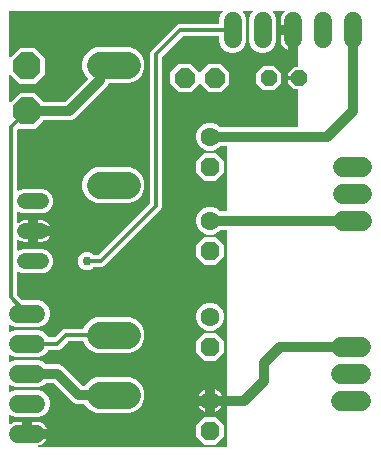
<source format=gbr>
G04 EAGLE Gerber RS-274X export*
G75*
%MOMM*%
%FSLAX34Y34*%
%LPD*%
%INTop Copper*%
%IPPOS*%
%AMOC8*
5,1,8,0,0,1.08239X$1,22.5*%
G01*
%ADD10C,2.250000*%
%ADD11P,1.732040X8X292.500000*%
%ADD12C,1.600200*%
%ADD13C,1.676400*%
%ADD14C,1.320800*%
%ADD15P,1.429621X8X202.500000*%
%ADD16P,1.814519X8X202.500000*%
%ADD17C,1.524000*%
%ADD18P,2.474344X8X22.500000*%
%ADD19C,0.812800*%
%ADD20C,0.304800*%
%ADD21C,0.756400*%

G36*
X219730Y13974D02*
X219730Y13974D01*
X219749Y13972D01*
X219851Y13994D01*
X219953Y14010D01*
X219970Y14020D01*
X219990Y14024D01*
X220079Y14077D01*
X220170Y14126D01*
X220184Y14140D01*
X220201Y14150D01*
X220268Y14229D01*
X220340Y14304D01*
X220348Y14322D01*
X220361Y14337D01*
X220400Y14433D01*
X220443Y14527D01*
X220445Y14547D01*
X220453Y14565D01*
X220471Y14732D01*
X220471Y197104D01*
X220468Y197124D01*
X220470Y197143D01*
X220448Y197245D01*
X220432Y197347D01*
X220422Y197364D01*
X220418Y197384D01*
X220365Y197473D01*
X220316Y197564D01*
X220302Y197578D01*
X220292Y197595D01*
X220213Y197662D01*
X220138Y197734D01*
X220120Y197742D01*
X220105Y197755D01*
X220009Y197794D01*
X219915Y197837D01*
X219895Y197839D01*
X219877Y197847D01*
X219710Y197865D01*
X214885Y197865D01*
X214795Y197851D01*
X214704Y197843D01*
X214674Y197831D01*
X214642Y197826D01*
X214561Y197783D01*
X214478Y197747D01*
X214445Y197721D01*
X214425Y197710D01*
X214403Y197687D01*
X214347Y197642D01*
X212431Y195727D01*
X208089Y193928D01*
X203391Y193928D01*
X199049Y195727D01*
X195727Y199049D01*
X193928Y203391D01*
X193928Y208089D01*
X195727Y212431D01*
X199049Y215753D01*
X203391Y217552D01*
X208089Y217552D01*
X212431Y215753D01*
X214347Y213838D01*
X214421Y213785D01*
X214490Y213725D01*
X214520Y213713D01*
X214546Y213694D01*
X214633Y213667D01*
X214718Y213633D01*
X214759Y213629D01*
X214781Y213622D01*
X214814Y213623D01*
X214885Y213615D01*
X219710Y213615D01*
X219730Y213618D01*
X219749Y213616D01*
X219851Y213638D01*
X219953Y213654D01*
X219970Y213664D01*
X219990Y213668D01*
X220079Y213721D01*
X220170Y213770D01*
X220184Y213784D01*
X220201Y213794D01*
X220268Y213873D01*
X220340Y213948D01*
X220348Y213966D01*
X220361Y213981D01*
X220400Y214077D01*
X220443Y214171D01*
X220445Y214191D01*
X220453Y214209D01*
X220471Y214376D01*
X220471Y268224D01*
X220468Y268244D01*
X220470Y268263D01*
X220448Y268365D01*
X220432Y268467D01*
X220422Y268484D01*
X220418Y268504D01*
X220365Y268593D01*
X220316Y268684D01*
X220302Y268698D01*
X220292Y268715D01*
X220213Y268782D01*
X220138Y268854D01*
X220120Y268862D01*
X220105Y268875D01*
X220009Y268914D01*
X219915Y268957D01*
X219895Y268959D01*
X219877Y268967D01*
X219710Y268985D01*
X214885Y268985D01*
X214795Y268971D01*
X214704Y268963D01*
X214674Y268951D01*
X214642Y268946D01*
X214561Y268903D01*
X214478Y268867D01*
X214445Y268841D01*
X214425Y268830D01*
X214403Y268807D01*
X214347Y268762D01*
X212431Y266847D01*
X208089Y265048D01*
X203391Y265048D01*
X199049Y266847D01*
X195727Y270169D01*
X193928Y274511D01*
X193928Y279209D01*
X195727Y283551D01*
X199049Y286873D01*
X203391Y288672D01*
X208089Y288672D01*
X212431Y286873D01*
X214347Y284958D01*
X214421Y284905D01*
X214490Y284845D01*
X214520Y284833D01*
X214546Y284814D01*
X214633Y284787D01*
X214718Y284753D01*
X214759Y284749D01*
X214781Y284742D01*
X214814Y284743D01*
X214885Y284735D01*
X279400Y284735D01*
X279420Y284738D01*
X279439Y284736D01*
X279541Y284758D01*
X279643Y284774D01*
X279660Y284784D01*
X279680Y284788D01*
X279769Y284841D01*
X279860Y284890D01*
X279874Y284904D01*
X279891Y284914D01*
X279958Y284993D01*
X280030Y285068D01*
X280038Y285086D01*
X280051Y285101D01*
X280090Y285197D01*
X280133Y285291D01*
X280135Y285311D01*
X280143Y285329D01*
X280161Y285496D01*
X280161Y316484D01*
X280158Y316504D01*
X280160Y316523D01*
X280138Y316625D01*
X280122Y316727D01*
X280112Y316744D01*
X280108Y316764D01*
X280055Y316853D01*
X280006Y316944D01*
X279992Y316958D01*
X279982Y316975D01*
X279903Y317042D01*
X279828Y317114D01*
X279810Y317122D01*
X279795Y317135D01*
X279699Y317174D01*
X279605Y317217D01*
X279585Y317219D01*
X279567Y317227D01*
X279400Y317245D01*
X276882Y317245D01*
X271525Y322602D01*
X271525Y324867D01*
X279400Y324867D01*
X279420Y324870D01*
X279439Y324868D01*
X279541Y324890D01*
X279643Y324907D01*
X279660Y324916D01*
X279680Y324920D01*
X279769Y324973D01*
X279860Y325022D01*
X279874Y325036D01*
X279891Y325046D01*
X279958Y325125D01*
X280030Y325200D01*
X280038Y325218D01*
X280051Y325233D01*
X280090Y325329D01*
X280133Y325423D01*
X280135Y325443D01*
X280143Y325461D01*
X280161Y325628D01*
X280161Y327152D01*
X280158Y327172D01*
X280160Y327191D01*
X280138Y327293D01*
X280122Y327395D01*
X280112Y327412D01*
X280108Y327432D01*
X280055Y327521D01*
X280006Y327612D01*
X279992Y327626D01*
X279982Y327643D01*
X279903Y327710D01*
X279828Y327781D01*
X279810Y327790D01*
X279795Y327803D01*
X279699Y327842D01*
X279605Y327885D01*
X279585Y327887D01*
X279567Y327895D01*
X279400Y327913D01*
X271525Y327913D01*
X271525Y330178D01*
X276882Y335535D01*
X279400Y335535D01*
X279420Y335538D01*
X279439Y335536D01*
X279541Y335558D01*
X279643Y335574D01*
X279660Y335584D01*
X279680Y335588D01*
X279769Y335641D01*
X279860Y335690D01*
X279874Y335704D01*
X279891Y335714D01*
X279958Y335793D01*
X280030Y335868D01*
X280038Y335886D01*
X280051Y335901D01*
X280090Y335997D01*
X280133Y336091D01*
X280135Y336111D01*
X280143Y336129D01*
X280161Y336296D01*
X280161Y349164D01*
X280159Y349180D01*
X280161Y349195D01*
X280139Y349301D01*
X280122Y349407D01*
X280114Y349421D01*
X280111Y349436D01*
X280057Y349529D01*
X280006Y349624D01*
X279995Y349635D01*
X279987Y349649D01*
X279906Y349719D01*
X279828Y349793D01*
X279814Y349800D01*
X279802Y349811D01*
X279703Y349852D01*
X279605Y349897D01*
X279589Y349899D01*
X279574Y349905D01*
X279467Y349912D01*
X279361Y349924D01*
X279345Y349921D01*
X279329Y349922D01*
X279165Y349888D01*
X277969Y349499D01*
X277113Y349364D01*
X277113Y366268D01*
X277110Y366288D01*
X277112Y366307D01*
X277090Y366409D01*
X277073Y366511D01*
X277064Y366528D01*
X277060Y366548D01*
X277007Y366637D01*
X276958Y366728D01*
X276944Y366742D01*
X276934Y366759D01*
X276855Y366826D01*
X276780Y366897D01*
X276762Y366906D01*
X276747Y366919D01*
X276651Y366957D01*
X276557Y367001D01*
X276537Y367003D01*
X276519Y367011D01*
X276352Y367029D01*
X275589Y367029D01*
X275589Y367792D01*
X275586Y367812D01*
X275588Y367831D01*
X275566Y367933D01*
X275549Y368035D01*
X275540Y368052D01*
X275536Y368072D01*
X275483Y368161D01*
X275434Y368252D01*
X275420Y368266D01*
X275410Y368283D01*
X275331Y368350D01*
X275256Y368421D01*
X275238Y368430D01*
X275223Y368443D01*
X275127Y368482D01*
X275033Y368525D01*
X275013Y368527D01*
X274995Y368535D01*
X274828Y368553D01*
X265429Y368553D01*
X265429Y375450D01*
X265679Y377029D01*
X266174Y378550D01*
X266900Y379975D01*
X267840Y381269D01*
X268710Y382140D01*
X268752Y382198D01*
X268802Y382250D01*
X268823Y382297D01*
X268854Y382339D01*
X268875Y382408D01*
X268905Y382473D01*
X268911Y382525D01*
X268926Y382575D01*
X268924Y382646D01*
X268932Y382717D01*
X268921Y382768D01*
X268920Y382820D01*
X268895Y382888D01*
X268880Y382958D01*
X268853Y383003D01*
X268835Y383051D01*
X268791Y383107D01*
X268754Y383169D01*
X268714Y383203D01*
X268682Y383243D01*
X268621Y383282D01*
X268567Y383329D01*
X268519Y383348D01*
X268475Y383376D01*
X268405Y383394D01*
X268339Y383421D01*
X268267Y383429D01*
X268236Y383437D01*
X268213Y383435D01*
X268172Y383439D01*
X259404Y383439D01*
X259333Y383428D01*
X259262Y383426D01*
X259213Y383408D01*
X259161Y383400D01*
X259098Y383366D01*
X259031Y383341D01*
X258990Y383309D01*
X258944Y383284D01*
X258895Y383232D01*
X258839Y383188D01*
X258810Y383144D01*
X258775Y383106D01*
X258744Y383041D01*
X258706Y382981D01*
X258693Y382930D01*
X258671Y382883D01*
X258663Y382812D01*
X258645Y382742D01*
X258650Y382690D01*
X258644Y382639D01*
X258659Y382568D01*
X258665Y382497D01*
X258685Y382449D01*
X258696Y382398D01*
X258733Y382337D01*
X258761Y382271D01*
X258806Y382215D01*
X258822Y382187D01*
X258840Y382172D01*
X258866Y382140D01*
X259880Y381125D01*
X261621Y376924D01*
X261621Y357136D01*
X259880Y352935D01*
X256665Y349720D01*
X252464Y347979D01*
X247916Y347979D01*
X243715Y349720D01*
X240500Y352935D01*
X238759Y357136D01*
X238759Y376924D01*
X240500Y381125D01*
X241514Y382140D01*
X241556Y382198D01*
X241605Y382250D01*
X241627Y382297D01*
X241658Y382339D01*
X241679Y382408D01*
X241709Y382473D01*
X241715Y382525D01*
X241730Y382575D01*
X241728Y382646D01*
X241736Y382717D01*
X241725Y382768D01*
X241724Y382820D01*
X241699Y382888D01*
X241684Y382958D01*
X241657Y383003D01*
X241639Y383051D01*
X241594Y383107D01*
X241558Y383169D01*
X241518Y383203D01*
X241486Y383243D01*
X241425Y383282D01*
X241371Y383329D01*
X241323Y383348D01*
X241279Y383376D01*
X241209Y383394D01*
X241143Y383421D01*
X241071Y383429D01*
X241040Y383437D01*
X241017Y383435D01*
X240976Y383439D01*
X234004Y383439D01*
X233933Y383428D01*
X233862Y383426D01*
X233813Y383408D01*
X233761Y383400D01*
X233698Y383366D01*
X233631Y383341D01*
X233590Y383309D01*
X233544Y383284D01*
X233495Y383232D01*
X233439Y383188D01*
X233410Y383144D01*
X233375Y383106D01*
X233344Y383041D01*
X233306Y382981D01*
X233293Y382930D01*
X233271Y382883D01*
X233263Y382812D01*
X233245Y382742D01*
X233250Y382690D01*
X233244Y382639D01*
X233259Y382568D01*
X233265Y382497D01*
X233285Y382449D01*
X233296Y382398D01*
X233333Y382337D01*
X233361Y382271D01*
X233406Y382215D01*
X233422Y382187D01*
X233440Y382172D01*
X233466Y382140D01*
X234480Y381125D01*
X236221Y376924D01*
X236221Y357136D01*
X234480Y352935D01*
X231265Y349720D01*
X227064Y347979D01*
X222516Y347979D01*
X218315Y349720D01*
X215100Y352935D01*
X213359Y357136D01*
X213359Y360934D01*
X213356Y360954D01*
X213358Y360973D01*
X213336Y361075D01*
X213320Y361177D01*
X213310Y361194D01*
X213306Y361214D01*
X213253Y361303D01*
X213204Y361394D01*
X213190Y361408D01*
X213180Y361425D01*
X213101Y361492D01*
X213026Y361564D01*
X213008Y361572D01*
X212993Y361585D01*
X212897Y361624D01*
X212803Y361667D01*
X212783Y361669D01*
X212765Y361677D01*
X212598Y361695D01*
X182865Y361695D01*
X182775Y361681D01*
X182684Y361673D01*
X182654Y361661D01*
X182622Y361656D01*
X182542Y361613D01*
X182458Y361577D01*
X182426Y361551D01*
X182405Y361540D01*
X182383Y361517D01*
X182327Y361472D01*
X165578Y344723D01*
X165525Y344649D01*
X165465Y344580D01*
X165453Y344550D01*
X165434Y344524D01*
X165407Y344437D01*
X165373Y344352D01*
X165369Y344311D01*
X165362Y344288D01*
X165363Y344256D01*
X165355Y344185D01*
X165355Y217315D01*
X164543Y215355D01*
X116115Y166927D01*
X114155Y166115D01*
X107318Y166115D01*
X107228Y166101D01*
X107137Y166093D01*
X107108Y166081D01*
X107076Y166076D01*
X106995Y166033D01*
X106911Y165997D01*
X106879Y165971D01*
X106858Y165960D01*
X106836Y165937D01*
X106780Y165892D01*
X105901Y165013D01*
X103110Y163857D01*
X100090Y163857D01*
X97299Y165013D01*
X95163Y167149D01*
X94007Y169940D01*
X94007Y172960D01*
X95163Y175751D01*
X97299Y177887D01*
X100090Y179043D01*
X103110Y179043D01*
X105901Y177887D01*
X106780Y177008D01*
X106854Y176955D01*
X106923Y176895D01*
X106954Y176883D01*
X106980Y176864D01*
X107067Y176837D01*
X107152Y176803D01*
X107193Y176799D01*
X107215Y176792D01*
X107247Y176793D01*
X107318Y176785D01*
X110568Y176785D01*
X110658Y176799D01*
X110749Y176807D01*
X110779Y176819D01*
X110811Y176824D01*
X110892Y176867D01*
X110976Y176903D01*
X111008Y176929D01*
X111028Y176940D01*
X111051Y176963D01*
X111107Y177008D01*
X154462Y220363D01*
X154515Y220437D01*
X154575Y220507D01*
X154587Y220537D01*
X154606Y220563D01*
X154633Y220650D01*
X154667Y220735D01*
X154671Y220776D01*
X154678Y220798D01*
X154677Y220830D01*
X154685Y220902D01*
X154685Y347771D01*
X155497Y349732D01*
X157105Y351340D01*
X175710Y369945D01*
X177318Y371553D01*
X179279Y372365D01*
X212598Y372365D01*
X212618Y372368D01*
X212637Y372366D01*
X212739Y372388D01*
X212841Y372404D01*
X212858Y372414D01*
X212878Y372418D01*
X212967Y372471D01*
X213058Y372520D01*
X213072Y372534D01*
X213089Y372544D01*
X213156Y372623D01*
X213228Y372698D01*
X213236Y372716D01*
X213249Y372731D01*
X213288Y372827D01*
X213331Y372921D01*
X213333Y372941D01*
X213341Y372959D01*
X213359Y373126D01*
X213359Y376924D01*
X215100Y381125D01*
X216114Y382140D01*
X216156Y382198D01*
X216205Y382250D01*
X216227Y382297D01*
X216258Y382339D01*
X216279Y382408D01*
X216309Y382473D01*
X216315Y382525D01*
X216330Y382575D01*
X216328Y382646D01*
X216336Y382717D01*
X216325Y382768D01*
X216324Y382820D01*
X216299Y382888D01*
X216284Y382958D01*
X216257Y383003D01*
X216239Y383051D01*
X216194Y383107D01*
X216158Y383169D01*
X216118Y383203D01*
X216086Y383243D01*
X216025Y383282D01*
X215971Y383329D01*
X215923Y383348D01*
X215879Y383376D01*
X215809Y383394D01*
X215743Y383421D01*
X215671Y383429D01*
X215640Y383437D01*
X215617Y383435D01*
X215576Y383439D01*
X36322Y383439D01*
X36302Y383436D01*
X36283Y383438D01*
X36181Y383416D01*
X36079Y383400D01*
X36062Y383390D01*
X36042Y383386D01*
X35953Y383333D01*
X35862Y383284D01*
X35848Y383270D01*
X35831Y383260D01*
X35764Y383181D01*
X35692Y383106D01*
X35684Y383088D01*
X35671Y383073D01*
X35632Y382977D01*
X35589Y382883D01*
X35587Y382863D01*
X35579Y382845D01*
X35561Y382678D01*
X35561Y344702D01*
X35572Y344631D01*
X35574Y344560D01*
X35592Y344511D01*
X35600Y344459D01*
X35634Y344396D01*
X35659Y344329D01*
X35691Y344288D01*
X35716Y344242D01*
X35768Y344193D01*
X35812Y344137D01*
X35856Y344109D01*
X35894Y344073D01*
X35959Y344042D01*
X36019Y344004D01*
X36070Y343991D01*
X36117Y343969D01*
X36188Y343961D01*
X36258Y343944D01*
X36310Y343948D01*
X36361Y343942D01*
X36432Y343957D01*
X36503Y343963D01*
X36551Y343983D01*
X36602Y343994D01*
X36663Y344031D01*
X36729Y344059D01*
X36785Y344104D01*
X36813Y344120D01*
X36828Y344138D01*
X36860Y344164D01*
X44487Y351791D01*
X57113Y351791D01*
X66041Y342863D01*
X66041Y330237D01*
X57113Y321309D01*
X44487Y321309D01*
X36860Y328936D01*
X36802Y328978D01*
X36750Y329027D01*
X36703Y329049D01*
X36661Y329080D01*
X36592Y329101D01*
X36527Y329131D01*
X36475Y329137D01*
X36425Y329152D01*
X36354Y329150D01*
X36283Y329158D01*
X36232Y329147D01*
X36180Y329146D01*
X36112Y329121D01*
X36042Y329106D01*
X35997Y329079D01*
X35949Y329061D01*
X35893Y329016D01*
X35831Y328980D01*
X35797Y328940D01*
X35757Y328907D01*
X35718Y328847D01*
X35671Y328793D01*
X35652Y328744D01*
X35624Y328701D01*
X35606Y328631D01*
X35579Y328565D01*
X35571Y328493D01*
X35563Y328462D01*
X35565Y328439D01*
X35561Y328398D01*
X35561Y306602D01*
X35572Y306531D01*
X35574Y306460D01*
X35592Y306411D01*
X35600Y306359D01*
X35634Y306296D01*
X35659Y306229D01*
X35691Y306188D01*
X35716Y306142D01*
X35768Y306093D01*
X35812Y306037D01*
X35856Y306009D01*
X35894Y305973D01*
X35959Y305942D01*
X36019Y305904D01*
X36070Y305891D01*
X36117Y305869D01*
X36188Y305861D01*
X36258Y305844D01*
X36310Y305848D01*
X36361Y305842D01*
X36432Y305857D01*
X36503Y305863D01*
X36551Y305883D01*
X36602Y305894D01*
X36663Y305931D01*
X36729Y305959D01*
X36785Y306004D01*
X36813Y306020D01*
X36828Y306038D01*
X36860Y306064D01*
X44487Y313691D01*
X57113Y313691D01*
X64256Y306548D01*
X64330Y306495D01*
X64399Y306435D01*
X64429Y306423D01*
X64456Y306404D01*
X64543Y306377D01*
X64627Y306343D01*
X64668Y306339D01*
X64691Y306332D01*
X64723Y306333D01*
X64794Y306325D01*
X82783Y306325D01*
X82873Y306339D01*
X82964Y306347D01*
X82994Y306359D01*
X83026Y306364D01*
X83106Y306407D01*
X83190Y306443D01*
X83222Y306469D01*
X83243Y306480D01*
X83265Y306503D01*
X83321Y306548D01*
X102149Y325375D01*
X102161Y325392D01*
X102176Y325404D01*
X102232Y325491D01*
X102292Y325575D01*
X102298Y325594D01*
X102309Y325611D01*
X102334Y325712D01*
X102365Y325810D01*
X102364Y325830D01*
X102369Y325850D01*
X102361Y325952D01*
X102358Y326056D01*
X102352Y326075D01*
X102350Y326095D01*
X102310Y326190D01*
X102274Y326287D01*
X102261Y326303D01*
X102254Y326321D01*
X102149Y326452D01*
X99702Y328899D01*
X97409Y334434D01*
X97409Y340426D01*
X99702Y345961D01*
X103939Y350198D01*
X109474Y352491D01*
X137966Y352491D01*
X143501Y350198D01*
X147738Y345961D01*
X150031Y340426D01*
X150031Y334434D01*
X147738Y328899D01*
X143501Y324662D01*
X137966Y322369D01*
X120595Y322369D01*
X120480Y322350D01*
X120364Y322333D01*
X120358Y322331D01*
X120352Y322330D01*
X120249Y322275D01*
X120145Y322222D01*
X120140Y322217D01*
X120135Y322214D01*
X120055Y322130D01*
X119972Y322046D01*
X119969Y322040D01*
X119965Y322036D01*
X119957Y322019D01*
X119891Y321899D01*
X119146Y320099D01*
X90821Y291774D01*
X87926Y290575D01*
X64794Y290575D01*
X64704Y290561D01*
X64613Y290553D01*
X64583Y290541D01*
X64551Y290536D01*
X64471Y290493D01*
X64387Y290457D01*
X64355Y290431D01*
X64334Y290420D01*
X64312Y290397D01*
X64256Y290352D01*
X57113Y283209D01*
X44487Y283209D01*
X44334Y283363D01*
X44318Y283374D01*
X44305Y283390D01*
X44218Y283446D01*
X44134Y283506D01*
X44115Y283512D01*
X44098Y283523D01*
X43998Y283548D01*
X43899Y283579D01*
X43879Y283578D01*
X43860Y283583D01*
X43757Y283575D01*
X43653Y283572D01*
X43634Y283565D01*
X43614Y283564D01*
X43519Y283523D01*
X43422Y283488D01*
X43406Y283475D01*
X43388Y283467D01*
X43257Y283363D01*
X42654Y282760D01*
X42601Y282686D01*
X42541Y282616D01*
X42529Y282586D01*
X42510Y282560D01*
X42484Y282473D01*
X42450Y282388D01*
X42445Y282347D01*
X42438Y282325D01*
X42439Y282293D01*
X42431Y282221D01*
X42431Y231827D01*
X42438Y231782D01*
X42437Y231736D01*
X42458Y231661D01*
X42471Y231584D01*
X42492Y231544D01*
X42505Y231499D01*
X42549Y231435D01*
X42586Y231367D01*
X42619Y231335D01*
X42645Y231297D01*
X42708Y231251D01*
X42764Y231197D01*
X42806Y231178D01*
X42843Y231151D01*
X42917Y231126D01*
X42987Y231094D01*
X43033Y231089D01*
X43077Y231074D01*
X43154Y231075D01*
X43232Y231067D01*
X43277Y231076D01*
X43323Y231077D01*
X43454Y231115D01*
X43472Y231119D01*
X43476Y231121D01*
X43484Y231124D01*
X47204Y232665D01*
X64556Y232665D01*
X68384Y231079D01*
X71313Y228150D01*
X72899Y224322D01*
X72899Y220178D01*
X71313Y216350D01*
X68384Y213421D01*
X64556Y211835D01*
X47204Y211835D01*
X43484Y213376D01*
X43439Y213387D01*
X43397Y213406D01*
X43320Y213415D01*
X43244Y213433D01*
X43198Y213428D01*
X43153Y213433D01*
X43077Y213417D01*
X42999Y213410D01*
X42957Y213391D01*
X42912Y213381D01*
X42846Y213341D01*
X42775Y213310D01*
X42741Y213278D01*
X42701Y213255D01*
X42651Y213196D01*
X42593Y213143D01*
X42571Y213103D01*
X42541Y213068D01*
X42512Y212996D01*
X42475Y212928D01*
X42467Y212882D01*
X42450Y212840D01*
X42434Y212704D01*
X42431Y212686D01*
X42432Y212681D01*
X42431Y212673D01*
X42431Y204699D01*
X42450Y204581D01*
X42469Y204462D01*
X42470Y204459D01*
X42471Y204456D01*
X42526Y204352D01*
X42582Y204244D01*
X42584Y204241D01*
X42586Y204239D01*
X42672Y204157D01*
X42759Y204073D01*
X42762Y204072D01*
X42764Y204069D01*
X42873Y204019D01*
X42981Y203967D01*
X42984Y203967D01*
X42987Y203966D01*
X43105Y203953D01*
X43226Y203938D01*
X43229Y203939D01*
X43232Y203939D01*
X43348Y203964D01*
X43466Y203989D01*
X43470Y203990D01*
X43472Y203991D01*
X43482Y203997D01*
X43615Y204066D01*
X44944Y204954D01*
X46609Y205643D01*
X48375Y205995D01*
X54357Y205995D01*
X54357Y197612D01*
X54360Y197592D01*
X54358Y197573D01*
X54380Y197471D01*
X54397Y197369D01*
X54406Y197352D01*
X54410Y197332D01*
X54463Y197243D01*
X54512Y197152D01*
X54526Y197138D01*
X54536Y197121D01*
X54615Y197054D01*
X54690Y196983D01*
X54708Y196974D01*
X54723Y196961D01*
X54819Y196923D01*
X54913Y196879D01*
X54933Y196877D01*
X54951Y196869D01*
X55118Y196851D01*
X55881Y196851D01*
X55881Y196849D01*
X55118Y196849D01*
X55098Y196846D01*
X55079Y196848D01*
X54977Y196826D01*
X54875Y196809D01*
X54858Y196800D01*
X54838Y196796D01*
X54749Y196743D01*
X54658Y196694D01*
X54644Y196680D01*
X54627Y196670D01*
X54560Y196591D01*
X54489Y196516D01*
X54480Y196498D01*
X54467Y196483D01*
X54428Y196387D01*
X54385Y196293D01*
X54383Y196273D01*
X54375Y196255D01*
X54357Y196088D01*
X54357Y187705D01*
X48375Y187705D01*
X46609Y188057D01*
X44944Y188746D01*
X43615Y189634D01*
X43506Y189684D01*
X43397Y189734D01*
X43394Y189735D01*
X43391Y189736D01*
X43271Y189748D01*
X43153Y189761D01*
X43150Y189761D01*
X43147Y189761D01*
X43030Y189735D01*
X42912Y189709D01*
X42910Y189708D01*
X42907Y189707D01*
X42806Y189645D01*
X42701Y189583D01*
X42699Y189581D01*
X42697Y189579D01*
X42620Y189488D01*
X42541Y189396D01*
X42540Y189393D01*
X42538Y189391D01*
X42495Y189281D01*
X42450Y189168D01*
X42449Y189164D01*
X42448Y189162D01*
X42448Y189151D01*
X42431Y189001D01*
X42431Y181027D01*
X42438Y180982D01*
X42437Y180936D01*
X42458Y180861D01*
X42471Y180784D01*
X42492Y180744D01*
X42505Y180699D01*
X42549Y180635D01*
X42586Y180567D01*
X42619Y180535D01*
X42645Y180497D01*
X42708Y180451D01*
X42764Y180397D01*
X42806Y180378D01*
X42843Y180351D01*
X42917Y180326D01*
X42987Y180294D01*
X43033Y180289D01*
X43077Y180274D01*
X43154Y180275D01*
X43232Y180267D01*
X43277Y180276D01*
X43323Y180277D01*
X43454Y180315D01*
X43472Y180319D01*
X43476Y180321D01*
X43484Y180324D01*
X47204Y181865D01*
X64556Y181865D01*
X68384Y180279D01*
X71313Y177350D01*
X72899Y173522D01*
X72899Y169378D01*
X71313Y165550D01*
X68384Y162621D01*
X64556Y161035D01*
X47204Y161035D01*
X43484Y162576D01*
X43439Y162587D01*
X43397Y162606D01*
X43320Y162615D01*
X43244Y162633D01*
X43198Y162628D01*
X43153Y162633D01*
X43077Y162617D01*
X42999Y162610D01*
X42957Y162591D01*
X42912Y162581D01*
X42846Y162541D01*
X42775Y162510D01*
X42741Y162478D01*
X42701Y162455D01*
X42651Y162396D01*
X42593Y162343D01*
X42571Y162303D01*
X42541Y162268D01*
X42512Y162196D01*
X42475Y162128D01*
X42467Y162082D01*
X42450Y162040D01*
X42434Y161904D01*
X42431Y161886D01*
X42432Y161881D01*
X42431Y161873D01*
X42431Y143229D01*
X42446Y143139D01*
X42453Y143048D01*
X42466Y143018D01*
X42471Y142986D01*
X42514Y142905D01*
X42549Y142821D01*
X42575Y142789D01*
X42586Y142769D01*
X42609Y142746D01*
X42654Y142690D01*
X46691Y138654D01*
X46765Y138601D01*
X46834Y138541D01*
X46864Y138529D01*
X46891Y138510D01*
X46977Y138483D01*
X47062Y138449D01*
X47103Y138445D01*
X47126Y138438D01*
X47158Y138439D01*
X47229Y138431D01*
X60694Y138431D01*
X64895Y136690D01*
X68110Y133475D01*
X69851Y129274D01*
X69851Y124726D01*
X68110Y120525D01*
X64895Y117310D01*
X60694Y115569D01*
X40906Y115569D01*
X36613Y117348D01*
X36569Y117358D01*
X36527Y117377D01*
X36450Y117386D01*
X36374Y117404D01*
X36328Y117399D01*
X36283Y117404D01*
X36206Y117388D01*
X36129Y117381D01*
X36087Y117362D01*
X36042Y117352D01*
X35975Y117312D01*
X35904Y117281D01*
X35870Y117250D01*
X35831Y117226D01*
X35780Y117167D01*
X35723Y117114D01*
X35701Y117074D01*
X35671Y117039D01*
X35642Y116967D01*
X35605Y116899D01*
X35596Y116854D01*
X35579Y116811D01*
X35564Y116675D01*
X35561Y116657D01*
X35562Y116652D01*
X35561Y116644D01*
X35561Y111956D01*
X35568Y111911D01*
X35566Y111865D01*
X35588Y111790D01*
X35600Y111713D01*
X35622Y111673D01*
X35635Y111628D01*
X35679Y111564D01*
X35716Y111496D01*
X35749Y111464D01*
X35775Y111426D01*
X35838Y111380D01*
X35894Y111326D01*
X35936Y111307D01*
X35972Y111280D01*
X36046Y111255D01*
X36117Y111223D01*
X36163Y111218D01*
X36206Y111203D01*
X36284Y111204D01*
X36361Y111196D01*
X36406Y111205D01*
X36452Y111206D01*
X36584Y111244D01*
X36602Y111248D01*
X36606Y111250D01*
X36613Y111252D01*
X40906Y113031D01*
X60694Y113031D01*
X64895Y111290D01*
X68110Y108075D01*
X68388Y107405D01*
X68450Y107305D01*
X68510Y107205D01*
X68514Y107201D01*
X68518Y107196D01*
X68608Y107121D01*
X68697Y107045D01*
X68702Y107043D01*
X68707Y107039D01*
X68816Y106997D01*
X68925Y106953D01*
X68932Y106952D01*
X68937Y106951D01*
X68955Y106950D01*
X69091Y106935D01*
X73675Y106935D01*
X73765Y106949D01*
X73856Y106957D01*
X73886Y106969D01*
X73918Y106974D01*
X73998Y107017D01*
X74082Y107053D01*
X74114Y107079D01*
X74135Y107090D01*
X74157Y107113D01*
X74213Y107158D01*
X80408Y113353D01*
X82369Y114165D01*
X97869Y114165D01*
X97984Y114184D01*
X98100Y114201D01*
X98106Y114203D01*
X98112Y114204D01*
X98215Y114259D01*
X98320Y114312D01*
X98324Y114317D01*
X98330Y114320D01*
X98409Y114404D01*
X98492Y114488D01*
X98496Y114494D01*
X98499Y114498D01*
X98507Y114515D01*
X98573Y114635D01*
X99702Y117361D01*
X103939Y121598D01*
X109474Y123891D01*
X137966Y123891D01*
X143501Y121598D01*
X147738Y117361D01*
X150031Y111826D01*
X150031Y105834D01*
X147738Y100299D01*
X143501Y96062D01*
X137966Y93769D01*
X109474Y93769D01*
X103939Y96062D01*
X99702Y100299D01*
X98573Y103025D01*
X98511Y103125D01*
X98451Y103225D01*
X98446Y103229D01*
X98443Y103234D01*
X98353Y103309D01*
X98264Y103385D01*
X98258Y103387D01*
X98254Y103391D01*
X98145Y103433D01*
X98036Y103477D01*
X98029Y103478D01*
X98024Y103479D01*
X98006Y103480D01*
X97869Y103495D01*
X85955Y103495D01*
X85865Y103481D01*
X85774Y103473D01*
X85744Y103461D01*
X85712Y103456D01*
X85632Y103413D01*
X85548Y103377D01*
X85516Y103351D01*
X85495Y103340D01*
X85473Y103317D01*
X85417Y103272D01*
X79222Y97077D01*
X77261Y96265D01*
X69091Y96265D01*
X68977Y96246D01*
X68861Y96229D01*
X68855Y96227D01*
X68849Y96226D01*
X68746Y96171D01*
X68641Y96118D01*
X68637Y96113D01*
X68631Y96110D01*
X68551Y96026D01*
X68469Y95942D01*
X68465Y95936D01*
X68462Y95932D01*
X68454Y95915D01*
X68388Y95795D01*
X68110Y95125D01*
X64895Y91910D01*
X60694Y90169D01*
X40906Y90169D01*
X36613Y91948D01*
X36569Y91958D01*
X36527Y91977D01*
X36450Y91986D01*
X36374Y92004D01*
X36328Y91999D01*
X36283Y92004D01*
X36206Y91988D01*
X36129Y91981D01*
X36087Y91962D01*
X36042Y91952D01*
X35975Y91912D01*
X35904Y91881D01*
X35870Y91850D01*
X35831Y91826D01*
X35780Y91767D01*
X35723Y91714D01*
X35701Y91674D01*
X35671Y91639D01*
X35642Y91567D01*
X35605Y91499D01*
X35596Y91454D01*
X35579Y91411D01*
X35564Y91275D01*
X35561Y91257D01*
X35562Y91252D01*
X35561Y91244D01*
X35561Y86556D01*
X35568Y86511D01*
X35566Y86465D01*
X35588Y86390D01*
X35600Y86313D01*
X35622Y86273D01*
X35635Y86228D01*
X35679Y86164D01*
X35716Y86096D01*
X35749Y86064D01*
X35775Y86026D01*
X35838Y85980D01*
X35894Y85926D01*
X35936Y85907D01*
X35972Y85880D01*
X36046Y85855D01*
X36117Y85823D01*
X36163Y85818D01*
X36206Y85803D01*
X36284Y85804D01*
X36361Y85796D01*
X36406Y85805D01*
X36452Y85806D01*
X36584Y85844D01*
X36602Y85848D01*
X36606Y85850D01*
X36613Y85852D01*
X40906Y87631D01*
X60694Y87631D01*
X64895Y85890D01*
X66488Y84298D01*
X66562Y84245D01*
X66631Y84185D01*
X66661Y84173D01*
X66688Y84154D01*
X66774Y84127D01*
X66859Y84093D01*
X66900Y84089D01*
X66923Y84082D01*
X66955Y84083D01*
X67026Y84075D01*
X77766Y84075D01*
X80661Y82876D01*
X82983Y80554D01*
X97409Y66128D01*
X97483Y66075D01*
X97552Y66015D01*
X97582Y66003D01*
X97609Y65984D01*
X97696Y65957D01*
X97780Y65923D01*
X97821Y65919D01*
X97844Y65912D01*
X97876Y65913D01*
X97947Y65905D01*
X98922Y65905D01*
X99036Y65924D01*
X99153Y65941D01*
X99158Y65943D01*
X99164Y65944D01*
X99267Y65999D01*
X99372Y66052D01*
X99376Y66057D01*
X99382Y66060D01*
X99462Y66145D01*
X99544Y66228D01*
X99548Y66234D01*
X99551Y66238D01*
X99559Y66255D01*
X99625Y66375D01*
X99702Y66561D01*
X103939Y70798D01*
X109474Y73091D01*
X137966Y73091D01*
X143501Y70798D01*
X147738Y66561D01*
X150031Y61026D01*
X150031Y55034D01*
X147738Y49499D01*
X143501Y45262D01*
X137966Y42969D01*
X109474Y42969D01*
X103939Y45262D01*
X99702Y49499D01*
X99625Y49685D01*
X99563Y49785D01*
X99503Y49885D01*
X99499Y49889D01*
X99495Y49894D01*
X99405Y49969D01*
X99316Y50045D01*
X99311Y50047D01*
X99306Y50051D01*
X99197Y50093D01*
X99088Y50137D01*
X99081Y50138D01*
X99076Y50139D01*
X99058Y50140D01*
X98922Y50155D01*
X92804Y50155D01*
X89909Y51354D01*
X73161Y68102D01*
X73087Y68155D01*
X73018Y68215D01*
X72988Y68227D01*
X72961Y68246D01*
X72874Y68273D01*
X72790Y68307D01*
X72749Y68311D01*
X72726Y68318D01*
X72694Y68317D01*
X72623Y68325D01*
X67026Y68325D01*
X66936Y68311D01*
X66845Y68303D01*
X66815Y68291D01*
X66783Y68286D01*
X66703Y68243D01*
X66619Y68207D01*
X66587Y68181D01*
X66566Y68170D01*
X66544Y68147D01*
X66488Y68102D01*
X64895Y66510D01*
X60694Y64769D01*
X40906Y64769D01*
X36613Y66548D01*
X36569Y66558D01*
X36527Y66577D01*
X36450Y66586D01*
X36374Y66604D01*
X36328Y66599D01*
X36283Y66604D01*
X36206Y66588D01*
X36129Y66581D01*
X36087Y66562D01*
X36042Y66552D01*
X35975Y66512D01*
X35904Y66481D01*
X35870Y66450D01*
X35831Y66426D01*
X35780Y66367D01*
X35723Y66314D01*
X35701Y66274D01*
X35671Y66239D01*
X35642Y66167D01*
X35605Y66099D01*
X35596Y66054D01*
X35579Y66011D01*
X35564Y65875D01*
X35561Y65857D01*
X35562Y65852D01*
X35561Y65844D01*
X35561Y61156D01*
X35563Y61141D01*
X35562Y61129D01*
X35568Y61101D01*
X35566Y61065D01*
X35588Y60990D01*
X35600Y60913D01*
X35622Y60873D01*
X35635Y60828D01*
X35679Y60764D01*
X35716Y60696D01*
X35749Y60664D01*
X35775Y60626D01*
X35838Y60580D01*
X35894Y60526D01*
X35936Y60507D01*
X35972Y60480D01*
X36046Y60455D01*
X36117Y60423D01*
X36163Y60418D01*
X36206Y60403D01*
X36284Y60404D01*
X36361Y60396D01*
X36406Y60405D01*
X36452Y60406D01*
X36584Y60444D01*
X36602Y60448D01*
X36606Y60450D01*
X36613Y60452D01*
X40906Y62231D01*
X60694Y62231D01*
X64895Y60490D01*
X68110Y57275D01*
X69851Y53074D01*
X69851Y48526D01*
X68110Y44325D01*
X64895Y41110D01*
X60694Y39369D01*
X40906Y39369D01*
X36613Y41148D01*
X36569Y41158D01*
X36527Y41177D01*
X36450Y41186D01*
X36374Y41204D01*
X36328Y41199D01*
X36283Y41204D01*
X36206Y41188D01*
X36129Y41181D01*
X36087Y41162D01*
X36042Y41152D01*
X35975Y41112D01*
X35904Y41081D01*
X35870Y41050D01*
X35831Y41026D01*
X35780Y40967D01*
X35723Y40914D01*
X35701Y40874D01*
X35671Y40839D01*
X35642Y40767D01*
X35605Y40699D01*
X35596Y40654D01*
X35579Y40611D01*
X35564Y40475D01*
X35561Y40457D01*
X35562Y40452D01*
X35561Y40444D01*
X35561Y33918D01*
X35563Y33906D01*
X35561Y33894D01*
X35582Y33785D01*
X35600Y33675D01*
X35606Y33664D01*
X35608Y33653D01*
X35664Y33556D01*
X35716Y33458D01*
X35724Y33449D01*
X35730Y33439D01*
X35813Y33365D01*
X35894Y33288D01*
X35905Y33283D01*
X35914Y33275D01*
X36016Y33231D01*
X36117Y33185D01*
X36129Y33183D01*
X36140Y33178D01*
X36251Y33170D01*
X36361Y33157D01*
X36373Y33160D01*
X36385Y33159D01*
X36493Y33186D01*
X36602Y33210D01*
X36612Y33216D01*
X36624Y33219D01*
X36769Y33302D01*
X37855Y34090D01*
X39280Y34816D01*
X40801Y35311D01*
X42380Y35561D01*
X49277Y35561D01*
X49277Y26162D01*
X49280Y26142D01*
X49278Y26123D01*
X49300Y26021D01*
X49317Y25919D01*
X49326Y25902D01*
X49330Y25882D01*
X49383Y25793D01*
X49432Y25702D01*
X49446Y25688D01*
X49456Y25671D01*
X49535Y25604D01*
X49610Y25533D01*
X49628Y25524D01*
X49643Y25511D01*
X49739Y25473D01*
X49833Y25429D01*
X49853Y25427D01*
X49871Y25419D01*
X50038Y25401D01*
X50801Y25401D01*
X50801Y24638D01*
X50804Y24618D01*
X50802Y24599D01*
X50824Y24497D01*
X50841Y24395D01*
X50850Y24378D01*
X50854Y24358D01*
X50907Y24269D01*
X50956Y24178D01*
X50970Y24164D01*
X50980Y24147D01*
X51059Y24080D01*
X51134Y24009D01*
X51152Y24000D01*
X51167Y23987D01*
X51263Y23948D01*
X51357Y23905D01*
X51377Y23903D01*
X51395Y23895D01*
X51562Y23877D01*
X68466Y23877D01*
X68331Y23021D01*
X67836Y21500D01*
X67110Y20075D01*
X66170Y18781D01*
X65039Y17650D01*
X63745Y16710D01*
X62320Y15984D01*
X60799Y15489D01*
X60764Y15484D01*
X60703Y15464D01*
X60640Y15453D01*
X60587Y15425D01*
X60530Y15407D01*
X60479Y15368D01*
X60423Y15338D01*
X60382Y15295D01*
X60334Y15259D01*
X60297Y15206D01*
X60253Y15160D01*
X60228Y15106D01*
X60194Y15057D01*
X60177Y14995D01*
X60150Y14937D01*
X60143Y14878D01*
X60127Y14820D01*
X60130Y14756D01*
X60123Y14693D01*
X60135Y14634D01*
X60138Y14574D01*
X60161Y14515D01*
X60175Y14452D01*
X60206Y14401D01*
X60227Y14345D01*
X60268Y14296D01*
X60301Y14241D01*
X60347Y14202D01*
X60385Y14156D01*
X60439Y14123D01*
X60488Y14081D01*
X60544Y14059D01*
X60594Y14027D01*
X60657Y14013D01*
X60716Y13989D01*
X60802Y13980D01*
X60834Y13972D01*
X60859Y13973D01*
X60883Y13971D01*
X219710Y13971D01*
X219730Y13974D01*
G37*
%LPC*%
G36*
X109474Y220769D02*
X109474Y220769D01*
X103939Y223062D01*
X99702Y227299D01*
X97409Y232834D01*
X97409Y238826D01*
X99702Y244361D01*
X103939Y248598D01*
X109474Y250891D01*
X137966Y250891D01*
X143501Y248598D01*
X147738Y244361D01*
X150031Y238826D01*
X150031Y232834D01*
X147738Y227299D01*
X143501Y223062D01*
X137966Y220769D01*
X109474Y220769D01*
G37*
%LPD*%
%LPC*%
G36*
X179100Y314197D02*
X179100Y314197D01*
X171957Y321340D01*
X171957Y331440D01*
X179100Y338583D01*
X189200Y338583D01*
X196312Y331471D01*
X196328Y331460D01*
X196340Y331444D01*
X196428Y331388D01*
X196511Y331328D01*
X196530Y331322D01*
X196547Y331311D01*
X196648Y331286D01*
X196747Y331255D01*
X196766Y331256D01*
X196786Y331251D01*
X196889Y331259D01*
X196992Y331262D01*
X197011Y331269D01*
X197031Y331270D01*
X197126Y331311D01*
X197223Y331346D01*
X197239Y331359D01*
X197257Y331367D01*
X197388Y331471D01*
X204500Y338583D01*
X214600Y338583D01*
X221743Y331440D01*
X221743Y321340D01*
X214600Y314197D01*
X204500Y314197D01*
X197388Y321309D01*
X197372Y321320D01*
X197360Y321336D01*
X197289Y321382D01*
X197261Y321405D01*
X197245Y321412D01*
X197189Y321452D01*
X197170Y321458D01*
X197153Y321469D01*
X197052Y321494D01*
X196953Y321525D01*
X196934Y321524D01*
X196914Y321529D01*
X196811Y321521D01*
X196708Y321518D01*
X196689Y321511D01*
X196669Y321510D01*
X196574Y321469D01*
X196477Y321434D01*
X196461Y321421D01*
X196443Y321413D01*
X196383Y321366D01*
X196374Y321361D01*
X196364Y321351D01*
X196312Y321309D01*
X189200Y314197D01*
X179100Y314197D01*
G37*
%LPD*%
%LPC*%
G36*
X200847Y239648D02*
X200847Y239648D01*
X193928Y246567D01*
X193928Y256353D01*
X200847Y263272D01*
X210633Y263272D01*
X217552Y256353D01*
X217552Y246567D01*
X210633Y239648D01*
X200847Y239648D01*
G37*
%LPD*%
%LPC*%
G36*
X200847Y168528D02*
X200847Y168528D01*
X193928Y175447D01*
X193928Y185233D01*
X200847Y192152D01*
X210633Y192152D01*
X217552Y185233D01*
X217552Y175447D01*
X210633Y168528D01*
X200847Y168528D01*
G37*
%LPD*%
%LPC*%
G36*
X200847Y87248D02*
X200847Y87248D01*
X193928Y94167D01*
X193928Y103953D01*
X200847Y110872D01*
X210633Y110872D01*
X217552Y103953D01*
X217552Y94167D01*
X210633Y87248D01*
X200847Y87248D01*
G37*
%LPD*%
%LPC*%
G36*
X200847Y16128D02*
X200847Y16128D01*
X193928Y23047D01*
X193928Y32833D01*
X200847Y39752D01*
X210633Y39752D01*
X217552Y32833D01*
X217552Y23047D01*
X210633Y16128D01*
X200847Y16128D01*
G37*
%LPD*%
%LPC*%
G36*
X203391Y112648D02*
X203391Y112648D01*
X199049Y114447D01*
X195727Y117769D01*
X193928Y122111D01*
X193928Y126809D01*
X195727Y131151D01*
X199049Y134473D01*
X203391Y136272D01*
X208089Y136272D01*
X212431Y134473D01*
X215753Y131151D01*
X217552Y126809D01*
X217552Y122111D01*
X215753Y117769D01*
X212431Y114447D01*
X208089Y112648D01*
X203391Y112648D01*
G37*
%LPD*%
%LPC*%
G36*
X250956Y315975D02*
X250956Y315975D01*
X244855Y322076D01*
X244855Y330704D01*
X250956Y336805D01*
X259584Y336805D01*
X265685Y330704D01*
X265685Y322076D01*
X259584Y315975D01*
X250956Y315975D01*
G37*
%LPD*%
%LPC*%
G36*
X52323Y26923D02*
X52323Y26923D01*
X52323Y35561D01*
X59220Y35561D01*
X60799Y35311D01*
X62320Y34816D01*
X63745Y34090D01*
X65039Y33150D01*
X66170Y32019D01*
X67110Y30725D01*
X67836Y29300D01*
X68331Y27779D01*
X68466Y26923D01*
X52323Y26923D01*
G37*
%LPD*%
%LPC*%
G36*
X273211Y349499D02*
X273211Y349499D01*
X271690Y349994D01*
X270265Y350720D01*
X268971Y351660D01*
X267840Y352791D01*
X266900Y354085D01*
X266174Y355510D01*
X265679Y357031D01*
X265429Y358610D01*
X265429Y365507D01*
X274067Y365507D01*
X274067Y349364D01*
X273211Y349499D01*
G37*
%LPD*%
%LPC*%
G36*
X57403Y198373D02*
X57403Y198373D01*
X57403Y205995D01*
X63385Y205995D01*
X65151Y205643D01*
X66816Y204954D01*
X68314Y203953D01*
X69587Y202680D01*
X70588Y201182D01*
X71277Y199517D01*
X71505Y198373D01*
X57403Y198373D01*
G37*
%LPD*%
%LPC*%
G36*
X57403Y187705D02*
X57403Y187705D01*
X57403Y195327D01*
X71505Y195327D01*
X71277Y194183D01*
X70588Y192518D01*
X69587Y191020D01*
X68314Y189747D01*
X66816Y188746D01*
X65151Y188057D01*
X63385Y187705D01*
X57403Y187705D01*
G37*
%LPD*%
%LPC*%
G36*
X207263Y54863D02*
X207263Y54863D01*
X207263Y63772D01*
X208208Y63622D01*
X209787Y63109D01*
X211265Y62356D01*
X212607Y61381D01*
X213781Y60207D01*
X214756Y58865D01*
X215509Y57387D01*
X216022Y55808D01*
X216172Y54863D01*
X207263Y54863D01*
G37*
%LPD*%
%LPC*%
G36*
X195308Y54863D02*
X195308Y54863D01*
X195458Y55808D01*
X195971Y57387D01*
X196724Y58865D01*
X197699Y60207D01*
X198873Y61381D01*
X200215Y62356D01*
X201693Y63109D01*
X203272Y63622D01*
X204217Y63772D01*
X204217Y54863D01*
X195308Y54863D01*
G37*
%LPD*%
%LPC*%
G36*
X207263Y51817D02*
X207263Y51817D01*
X216172Y51817D01*
X216022Y50872D01*
X215509Y49293D01*
X214756Y47815D01*
X213781Y46473D01*
X212607Y45299D01*
X211265Y44324D01*
X209787Y43571D01*
X208208Y43058D01*
X207263Y42908D01*
X207263Y51817D01*
G37*
%LPD*%
%LPC*%
G36*
X203272Y43058D02*
X203272Y43058D01*
X201693Y43571D01*
X200215Y44324D01*
X198873Y45299D01*
X197699Y46473D01*
X196724Y47815D01*
X195971Y49293D01*
X195458Y50872D01*
X195308Y51817D01*
X204217Y51817D01*
X204217Y42908D01*
X203272Y43058D01*
G37*
%LPD*%
%LPC*%
G36*
X205739Y53339D02*
X205739Y53339D01*
X205739Y53341D01*
X205741Y53341D01*
X205741Y53339D01*
X205739Y53339D01*
G37*
%LPD*%
D10*
X112470Y58030D02*
X134970Y58030D01*
X134970Y108830D02*
X112470Y108830D01*
X112470Y235830D02*
X134970Y235830D01*
X134970Y337430D02*
X112470Y337430D01*
D11*
X205740Y180340D03*
D12*
X205740Y205740D03*
D11*
X205740Y251460D03*
D12*
X205740Y276860D03*
D11*
X205740Y99060D03*
D12*
X205740Y124460D03*
D11*
X205740Y27940D03*
D12*
X205740Y53340D03*
D13*
X318008Y205740D02*
X334772Y205740D01*
X334772Y228600D02*
X318008Y228600D01*
X318008Y251460D02*
X334772Y251460D01*
D14*
X62484Y171450D02*
X49276Y171450D01*
X49276Y222250D02*
X62484Y222250D01*
X62484Y196850D02*
X49276Y196850D01*
D15*
X280670Y326390D03*
X255270Y326390D03*
D16*
X209550Y326390D03*
X184150Y326390D03*
D17*
X326390Y359410D02*
X326390Y374650D01*
X300990Y374650D02*
X300990Y359410D01*
X275590Y359410D02*
X275590Y374650D01*
X250190Y374650D02*
X250190Y359410D01*
X224790Y359410D02*
X224790Y374650D01*
D18*
X50800Y336550D03*
X50800Y298450D03*
D17*
X58420Y25400D02*
X43180Y25400D01*
X43180Y50800D02*
X58420Y50800D01*
X58420Y76200D02*
X43180Y76200D01*
X43180Y101600D02*
X58420Y101600D01*
X58420Y127000D02*
X43180Y127000D01*
D13*
X316738Y53340D02*
X333502Y53340D01*
X333502Y76200D02*
X316738Y76200D01*
X316738Y99060D02*
X333502Y99060D01*
D19*
X86360Y298450D02*
X50800Y298450D01*
X112470Y324560D02*
X112470Y337430D01*
X112470Y324560D02*
X86360Y298450D01*
D20*
X50800Y298450D02*
X37096Y284746D01*
X37096Y140704D01*
X50800Y127000D01*
D19*
X94370Y58030D02*
X112470Y58030D01*
X94370Y58030D02*
X76200Y76200D01*
X50800Y76200D01*
X205740Y205740D02*
X326390Y205740D01*
X326390Y298450D02*
X326390Y367030D01*
X304800Y276860D02*
X205740Y276860D01*
X304800Y276860D02*
X326390Y298450D01*
X275590Y349250D02*
X275590Y367030D01*
X69850Y25400D02*
X50800Y25400D01*
X205740Y53340D02*
X205740Y62230D01*
X205740Y53340D02*
X195580Y53340D01*
X205740Y53340D02*
X205740Y44450D01*
X71120Y196850D02*
X55880Y196850D01*
X55880Y207010D01*
X55880Y196850D02*
X55880Y186690D01*
X50800Y35306D02*
X50800Y25400D01*
X265684Y367030D02*
X275590Y367030D01*
X251326Y85198D02*
X251326Y69850D01*
X265188Y99060D02*
X325120Y99060D01*
X265188Y99060D02*
X251326Y85198D01*
X251326Y69850D02*
X234816Y53340D01*
X205740Y53340D01*
D20*
X160020Y346710D02*
X180340Y367030D01*
X224790Y367030D01*
D21*
X101600Y171450D03*
D20*
X113093Y171450D01*
X160020Y218377D01*
X160020Y346710D01*
X83430Y108830D02*
X76200Y101600D01*
X83430Y108830D02*
X112470Y108830D01*
X76200Y101600D02*
X50800Y101600D01*
M02*

</source>
